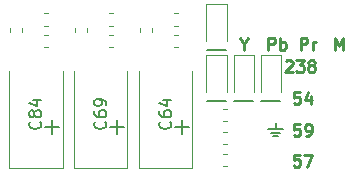
<source format=gbr>
G04 #@! TF.GenerationSoftware,KiCad,Pcbnew,5.0.2+dfsg1-1*
G04 #@! TF.CreationDate,2020-07-23T21:44:52+02:00*
G04 #@! TF.ProjectId,HDTVii,48445456-6969-42e6-9b69-6361645f7063,rev?*
G04 #@! TF.SameCoordinates,Original*
G04 #@! TF.FileFunction,Legend,Top*
G04 #@! TF.FilePolarity,Positive*
%FSLAX46Y46*%
G04 Gerber Fmt 4.6, Leading zero omitted, Abs format (unit mm)*
G04 Created by KiCad (PCBNEW 5.0.2+dfsg1-1) date Thu 23 Jul 2020 09:44:52 PM CEST*
%MOMM*%
%LPD*%
G01*
G04 APERTURE LIST*
%ADD10C,0.150000*%
%ADD11C,0.250000*%
%ADD12C,0.120000*%
G04 APERTURE END LIST*
D10*
X198500000Y-64300000D02*
X198500000Y-65500000D01*
X197900000Y-64900000D02*
X199100000Y-64900000D01*
X187500000Y-64300000D02*
X187500000Y-65500000D01*
X186900000Y-64900000D02*
X188100000Y-64900000D01*
X192400000Y-64900000D02*
X193600000Y-64900000D01*
X193000000Y-64300000D02*
X193000000Y-65500000D01*
X205800000Y-65100000D02*
X207000000Y-65100000D01*
X206400000Y-64600000D02*
X206400000Y-64900000D01*
X206200000Y-65700000D02*
X206600000Y-65700000D01*
X206000000Y-65400000D02*
X206800000Y-65400000D01*
X205200000Y-62700000D02*
X206800000Y-62700000D01*
X202900000Y-62700000D02*
X204500000Y-62700000D01*
X200600000Y-62700000D02*
X202200000Y-62700000D01*
X200600000Y-58400000D02*
X202200000Y-58400000D01*
D11*
X207261904Y-59347619D02*
X207309523Y-59300000D01*
X207404761Y-59252380D01*
X207642857Y-59252380D01*
X207738095Y-59300000D01*
X207785714Y-59347619D01*
X207833333Y-59442857D01*
X207833333Y-59538095D01*
X207785714Y-59680952D01*
X207214285Y-60252380D01*
X207833333Y-60252380D01*
X208166666Y-59252380D02*
X208785714Y-59252380D01*
X208452380Y-59633333D01*
X208595238Y-59633333D01*
X208690476Y-59680952D01*
X208738095Y-59728571D01*
X208785714Y-59823809D01*
X208785714Y-60061904D01*
X208738095Y-60157142D01*
X208690476Y-60204761D01*
X208595238Y-60252380D01*
X208309523Y-60252380D01*
X208214285Y-60204761D01*
X208166666Y-60157142D01*
X209357142Y-59680952D02*
X209261904Y-59633333D01*
X209214285Y-59585714D01*
X209166666Y-59490476D01*
X209166666Y-59442857D01*
X209214285Y-59347619D01*
X209261904Y-59300000D01*
X209357142Y-59252380D01*
X209547619Y-59252380D01*
X209642857Y-59300000D01*
X209690476Y-59347619D01*
X209738095Y-59442857D01*
X209738095Y-59490476D01*
X209690476Y-59585714D01*
X209642857Y-59633333D01*
X209547619Y-59680952D01*
X209357142Y-59680952D01*
X209261904Y-59728571D01*
X209214285Y-59776190D01*
X209166666Y-59871428D01*
X209166666Y-60061904D01*
X209214285Y-60157142D01*
X209261904Y-60204761D01*
X209357142Y-60252380D01*
X209547619Y-60252380D01*
X209642857Y-60204761D01*
X209690476Y-60157142D01*
X209738095Y-60061904D01*
X209738095Y-59871428D01*
X209690476Y-59776190D01*
X209642857Y-59728571D01*
X209547619Y-59680952D01*
X208461904Y-61952380D02*
X207985714Y-61952380D01*
X207938095Y-62428571D01*
X207985714Y-62380952D01*
X208080952Y-62333333D01*
X208319047Y-62333333D01*
X208414285Y-62380952D01*
X208461904Y-62428571D01*
X208509523Y-62523809D01*
X208509523Y-62761904D01*
X208461904Y-62857142D01*
X208414285Y-62904761D01*
X208319047Y-62952380D01*
X208080952Y-62952380D01*
X207985714Y-62904761D01*
X207938095Y-62857142D01*
X209366666Y-62285714D02*
X209366666Y-62952380D01*
X209128571Y-61904761D02*
X208890476Y-62619047D01*
X209509523Y-62619047D01*
X208461904Y-64652380D02*
X207985714Y-64652380D01*
X207938095Y-65128571D01*
X207985714Y-65080952D01*
X208080952Y-65033333D01*
X208319047Y-65033333D01*
X208414285Y-65080952D01*
X208461904Y-65128571D01*
X208509523Y-65223809D01*
X208509523Y-65461904D01*
X208461904Y-65557142D01*
X208414285Y-65604761D01*
X208319047Y-65652380D01*
X208080952Y-65652380D01*
X207985714Y-65604761D01*
X207938095Y-65557142D01*
X208985714Y-65652380D02*
X209176190Y-65652380D01*
X209271428Y-65604761D01*
X209319047Y-65557142D01*
X209414285Y-65414285D01*
X209461904Y-65223809D01*
X209461904Y-64842857D01*
X209414285Y-64747619D01*
X209366666Y-64700000D01*
X209271428Y-64652380D01*
X209080952Y-64652380D01*
X208985714Y-64700000D01*
X208938095Y-64747619D01*
X208890476Y-64842857D01*
X208890476Y-65080952D01*
X208938095Y-65176190D01*
X208985714Y-65223809D01*
X209080952Y-65271428D01*
X209271428Y-65271428D01*
X209366666Y-65223809D01*
X209414285Y-65176190D01*
X209461904Y-65080952D01*
X208461904Y-67252380D02*
X207985714Y-67252380D01*
X207938095Y-67728571D01*
X207985714Y-67680952D01*
X208080952Y-67633333D01*
X208319047Y-67633333D01*
X208414285Y-67680952D01*
X208461904Y-67728571D01*
X208509523Y-67823809D01*
X208509523Y-68061904D01*
X208461904Y-68157142D01*
X208414285Y-68204761D01*
X208319047Y-68252380D01*
X208080952Y-68252380D01*
X207985714Y-68204761D01*
X207938095Y-68157142D01*
X208842857Y-67252380D02*
X209509523Y-67252380D01*
X209080952Y-68252380D01*
X211466666Y-58352380D02*
X211466666Y-57352380D01*
X211800000Y-58066666D01*
X212133333Y-57352380D01*
X212133333Y-58352380D01*
X208528571Y-58352380D02*
X208528571Y-57352380D01*
X208909523Y-57352380D01*
X209004761Y-57400000D01*
X209052380Y-57447619D01*
X209100000Y-57542857D01*
X209100000Y-57685714D01*
X209052380Y-57780952D01*
X209004761Y-57828571D01*
X208909523Y-57876190D01*
X208528571Y-57876190D01*
X209528571Y-58352380D02*
X209528571Y-57685714D01*
X209528571Y-57876190D02*
X209576190Y-57780952D01*
X209623809Y-57733333D01*
X209719047Y-57685714D01*
X209814285Y-57685714D01*
X205785714Y-58352380D02*
X205785714Y-57352380D01*
X206166666Y-57352380D01*
X206261904Y-57400000D01*
X206309523Y-57447619D01*
X206357142Y-57542857D01*
X206357142Y-57685714D01*
X206309523Y-57780952D01*
X206261904Y-57828571D01*
X206166666Y-57876190D01*
X205785714Y-57876190D01*
X206785714Y-58352380D02*
X206785714Y-57352380D01*
X206785714Y-57733333D02*
X206880952Y-57685714D01*
X207071428Y-57685714D01*
X207166666Y-57733333D01*
X207214285Y-57780952D01*
X207261904Y-57876190D01*
X207261904Y-58161904D01*
X207214285Y-58257142D01*
X207166666Y-58304761D01*
X207071428Y-58352380D01*
X206880952Y-58352380D01*
X206785714Y-58304761D01*
X203700000Y-57876190D02*
X203700000Y-58352380D01*
X203366666Y-57352380D02*
X203700000Y-57876190D01*
X204033333Y-57352380D01*
D12*
G04 #@! TO.C,D4*
X206850000Y-58800000D02*
X205150000Y-58800000D01*
X205150000Y-58800000D02*
X205150000Y-61950000D01*
X206850000Y-58800000D02*
X206850000Y-61950000D01*
G04 #@! TO.C,C64*
X194840000Y-60150000D02*
X194840000Y-68385000D01*
X194840000Y-68385000D02*
X199360000Y-68385000D01*
X199360000Y-68385000D02*
X199360000Y-60150000D01*
G04 #@! TO.C,C69*
X193860000Y-68385000D02*
X193860000Y-60150000D01*
X189340000Y-68385000D02*
X193860000Y-68385000D01*
X189340000Y-60150000D02*
X189340000Y-68385000D01*
G04 #@! TO.C,C84*
X183840000Y-60150000D02*
X183840000Y-68385000D01*
X183840000Y-68385000D02*
X188360000Y-68385000D01*
X188360000Y-68385000D02*
X188360000Y-60150000D01*
G04 #@! TO.C,D1*
X202250000Y-54500000D02*
X200550000Y-54500000D01*
X200550000Y-54500000D02*
X200550000Y-57650000D01*
X202250000Y-54500000D02*
X202250000Y-57650000D01*
G04 #@! TO.C,D2*
X202250000Y-58800000D02*
X202250000Y-61950000D01*
X200550000Y-58800000D02*
X200550000Y-61950000D01*
X202250000Y-58800000D02*
X200550000Y-58800000D01*
G04 #@! TO.C,D3*
X204550000Y-58800000D02*
X202850000Y-58800000D01*
X202850000Y-58800000D02*
X202850000Y-61950000D01*
X204550000Y-58800000D02*
X204550000Y-61950000D01*
G04 #@! TO.C,C85*
X183890000Y-56528733D02*
X183890000Y-56871267D01*
X184910000Y-56528733D02*
X184910000Y-56871267D01*
G04 #@! TO.C,C83*
X186828733Y-55290000D02*
X187171267Y-55290000D01*
X186828733Y-56310000D02*
X187171267Y-56310000D01*
G04 #@! TO.C,C78*
X194890000Y-56528733D02*
X194890000Y-56871267D01*
X195910000Y-56528733D02*
X195910000Y-56871267D01*
G04 #@! TO.C,C74*
X197828733Y-55290000D02*
X198171267Y-55290000D01*
X197828733Y-56310000D02*
X198171267Y-56310000D01*
G04 #@! TO.C,C72*
X189390000Y-56528733D02*
X189390000Y-56871267D01*
X190410000Y-56528733D02*
X190410000Y-56871267D01*
G04 #@! TO.C,C66*
X192328733Y-55290000D02*
X192671267Y-55290000D01*
X192328733Y-56310000D02*
X192671267Y-56310000D01*
G04 #@! TO.C,FIL17*
X187171267Y-58110000D02*
X186828733Y-58110000D01*
X187171267Y-57090000D02*
X186828733Y-57090000D01*
G04 #@! TO.C,FIL16*
X198171267Y-57090000D02*
X197828733Y-57090000D01*
X198171267Y-58110000D02*
X197828733Y-58110000D01*
G04 #@! TO.C,FIL15*
X192671267Y-58110000D02*
X192328733Y-58110000D01*
X192671267Y-57090000D02*
X192328733Y-57090000D01*
G04 #@! TO.C,R37*
X201928733Y-64410000D02*
X202271267Y-64410000D01*
X201928733Y-63390000D02*
X202271267Y-63390000D01*
G04 #@! TO.C,R39*
X202271267Y-68210000D02*
X201928733Y-68210000D01*
X202271267Y-67190000D02*
X201928733Y-67190000D01*
G04 #@! TO.C,R40*
X202271267Y-65290000D02*
X201928733Y-65290000D01*
X202271267Y-66310000D02*
X201928733Y-66310000D01*
G04 #@! TO.C,C64*
D10*
X197457142Y-64442857D02*
X197504761Y-64490476D01*
X197552380Y-64633333D01*
X197552380Y-64728571D01*
X197504761Y-64871428D01*
X197409523Y-64966666D01*
X197314285Y-65014285D01*
X197123809Y-65061904D01*
X196980952Y-65061904D01*
X196790476Y-65014285D01*
X196695238Y-64966666D01*
X196600000Y-64871428D01*
X196552380Y-64728571D01*
X196552380Y-64633333D01*
X196600000Y-64490476D01*
X196647619Y-64442857D01*
X196552380Y-63585714D02*
X196552380Y-63776190D01*
X196600000Y-63871428D01*
X196647619Y-63919047D01*
X196790476Y-64014285D01*
X196980952Y-64061904D01*
X197361904Y-64061904D01*
X197457142Y-64014285D01*
X197504761Y-63966666D01*
X197552380Y-63871428D01*
X197552380Y-63680952D01*
X197504761Y-63585714D01*
X197457142Y-63538095D01*
X197361904Y-63490476D01*
X197123809Y-63490476D01*
X197028571Y-63538095D01*
X196980952Y-63585714D01*
X196933333Y-63680952D01*
X196933333Y-63871428D01*
X196980952Y-63966666D01*
X197028571Y-64014285D01*
X197123809Y-64061904D01*
X196885714Y-62633333D02*
X197552380Y-62633333D01*
X196504761Y-62871428D02*
X197219047Y-63109523D01*
X197219047Y-62490476D01*
G04 #@! TO.C,C69*
X191957142Y-64442857D02*
X192004761Y-64490476D01*
X192052380Y-64633333D01*
X192052380Y-64728571D01*
X192004761Y-64871428D01*
X191909523Y-64966666D01*
X191814285Y-65014285D01*
X191623809Y-65061904D01*
X191480952Y-65061904D01*
X191290476Y-65014285D01*
X191195238Y-64966666D01*
X191100000Y-64871428D01*
X191052380Y-64728571D01*
X191052380Y-64633333D01*
X191100000Y-64490476D01*
X191147619Y-64442857D01*
X191052380Y-63585714D02*
X191052380Y-63776190D01*
X191100000Y-63871428D01*
X191147619Y-63919047D01*
X191290476Y-64014285D01*
X191480952Y-64061904D01*
X191861904Y-64061904D01*
X191957142Y-64014285D01*
X192004761Y-63966666D01*
X192052380Y-63871428D01*
X192052380Y-63680952D01*
X192004761Y-63585714D01*
X191957142Y-63538095D01*
X191861904Y-63490476D01*
X191623809Y-63490476D01*
X191528571Y-63538095D01*
X191480952Y-63585714D01*
X191433333Y-63680952D01*
X191433333Y-63871428D01*
X191480952Y-63966666D01*
X191528571Y-64014285D01*
X191623809Y-64061904D01*
X192052380Y-63014285D02*
X192052380Y-62823809D01*
X192004761Y-62728571D01*
X191957142Y-62680952D01*
X191814285Y-62585714D01*
X191623809Y-62538095D01*
X191242857Y-62538095D01*
X191147619Y-62585714D01*
X191100000Y-62633333D01*
X191052380Y-62728571D01*
X191052380Y-62919047D01*
X191100000Y-63014285D01*
X191147619Y-63061904D01*
X191242857Y-63109523D01*
X191480952Y-63109523D01*
X191576190Y-63061904D01*
X191623809Y-63014285D01*
X191671428Y-62919047D01*
X191671428Y-62728571D01*
X191623809Y-62633333D01*
X191576190Y-62585714D01*
X191480952Y-62538095D01*
G04 #@! TO.C,C84*
X186457142Y-64442857D02*
X186504761Y-64490476D01*
X186552380Y-64633333D01*
X186552380Y-64728571D01*
X186504761Y-64871428D01*
X186409523Y-64966666D01*
X186314285Y-65014285D01*
X186123809Y-65061904D01*
X185980952Y-65061904D01*
X185790476Y-65014285D01*
X185695238Y-64966666D01*
X185600000Y-64871428D01*
X185552380Y-64728571D01*
X185552380Y-64633333D01*
X185600000Y-64490476D01*
X185647619Y-64442857D01*
X185980952Y-63871428D02*
X185933333Y-63966666D01*
X185885714Y-64014285D01*
X185790476Y-64061904D01*
X185742857Y-64061904D01*
X185647619Y-64014285D01*
X185600000Y-63966666D01*
X185552380Y-63871428D01*
X185552380Y-63680952D01*
X185600000Y-63585714D01*
X185647619Y-63538095D01*
X185742857Y-63490476D01*
X185790476Y-63490476D01*
X185885714Y-63538095D01*
X185933333Y-63585714D01*
X185980952Y-63680952D01*
X185980952Y-63871428D01*
X186028571Y-63966666D01*
X186076190Y-64014285D01*
X186171428Y-64061904D01*
X186361904Y-64061904D01*
X186457142Y-64014285D01*
X186504761Y-63966666D01*
X186552380Y-63871428D01*
X186552380Y-63680952D01*
X186504761Y-63585714D01*
X186457142Y-63538095D01*
X186361904Y-63490476D01*
X186171428Y-63490476D01*
X186076190Y-63538095D01*
X186028571Y-63585714D01*
X185980952Y-63680952D01*
X185885714Y-62633333D02*
X186552380Y-62633333D01*
X185504761Y-62871428D02*
X186219047Y-63109523D01*
X186219047Y-62490476D01*
G04 #@! TD*
M02*

</source>
